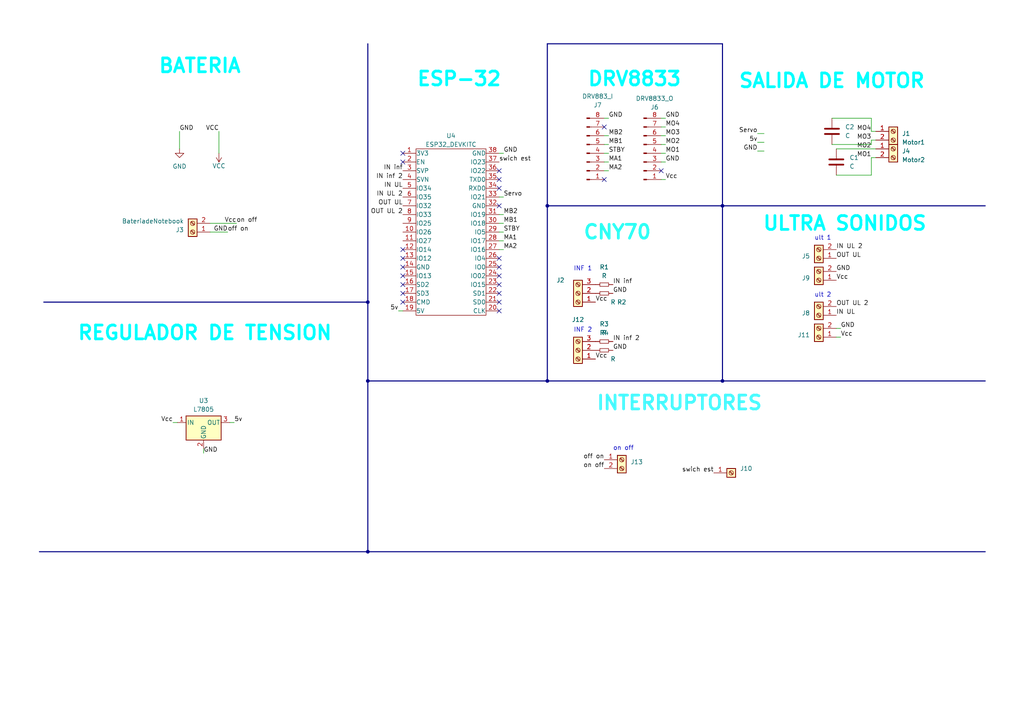
<source format=kicad_sch>
(kicad_sch (version 20230121) (generator eeschema)
  (paper "A4")
  (lib_symbols
    (symbol "6to 3ra TALLER ELECTRONICA:R" (pin_numbers hide) (pin_names (offset 0))
      (property "Reference" "R" (at -1.27 0 90))
      (property "Value" "R" (at 1.27 0 90))
      (symbol "R_0_1"
        (rectangle (start 0.508 1.27) (end -0.508 -1.27))
      )
      (symbol "R_1_1"
        (pin passive line (at 0 2.54 270) (length 1.27) (name "~") (number "1"))
        (pin passive line (at 0 -2.54 90) (length 1.27) (name "~") (number "2"))
      )
    )
    (symbol "Connector:Conn_01x08_Pin" (pin_names (offset 1.016) hide)
      (property "Reference" "J" (at 0 10.16 0))
      (property "Value" "Conn_01x08_Pin" (at 0 -12.7 0))
      (symbol "Conn_01x08_Pin_1_1"
        (polyline (pts (xy 1.27 -10.16) (xy 0.8636 -10.16)) (stroke (width 0.1524)))
        (polyline (pts (xy 1.27 -7.62) (xy 0.8636 -7.62)) (stroke (width 0.1524)))
        (polyline (pts (xy 1.27 -5.08) (xy 0.8636 -5.08)) (stroke (width 0.1524)))
        (polyline (pts (xy 1.27 -2.54) (xy 0.8636 -2.54)) (stroke (width 0.1524)))
        (polyline (pts (xy 1.27 0) (xy 0.8636 0)) (stroke (width 0.1524)))
        (polyline (pts (xy 1.27 2.54) (xy 0.8636 2.54)) (stroke (width 0.1524)))
        (polyline (pts (xy 1.27 5.08) (xy 0.8636 5.08)) (stroke (width 0.1524)))
        (polyline (pts (xy 1.27 7.62) (xy 0.8636 7.62)) (stroke (width 0.1524)))
        (rectangle (start 0.8636 -10.033) (end 0 -10.287) (stroke (width 0.1524)) (fill (type outline)))
        (rectangle (start 0.8636 -7.493) (end 0 -7.747) (stroke (width 0.1524)) (fill (type outline)))
        (rectangle (start 0.8636 -4.953) (end 0 -5.207) (stroke (width 0.1524)) (fill (type outline)))
        (rectangle (start 0.8636 -2.413) (end 0 -2.667) (stroke (width 0.1524)) (fill (type outline)))
        (rectangle (start 0.8636 0.127) (end 0 -0.127) (stroke (width 0.1524)) (fill (type outline)))
        (rectangle (start 0.8636 2.667) (end 0 2.413) (stroke (width 0.1524)) (fill (type outline)))
        (rectangle (start 0.8636 5.207) (end 0 4.953) (stroke (width 0.1524)) (fill (type outline)))
        (rectangle (start 0.8636 7.747) (end 0 7.493) (stroke (width 0.1524)) (fill (type outline)))
        (pin passive line (at 5.08 7.62 180) (length 3.81) (name "Pin_1") (number "1"))
        (pin passive line (at 5.08 5.08 180) (length 3.81) (name "Pin_2") (number "2"))
        (pin passive line (at 5.08 2.54 180) (length 3.81) (name "Pin_3") (number "3"))
        (pin passive line (at 5.08 0 180) (length 3.81) (name "Pin_4") (number "4"))
        (pin passive line (at 5.08 -2.54 180) (length 3.81) (name "Pin_5") (number "5"))
        (pin passive line (at 5.08 -5.08 180) (length 3.81) (name "Pin_6") (number "6"))
        (pin passive line (at 5.08 -7.62 180) (length 3.81) (name "Pin_7") (number "7"))
        (pin passive line (at 5.08 -10.16 180) (length 3.81) (name "Pin_8") (number "8"))
      )
    )
    (symbol "Connector:Screw_Terminal_01x01" (pin_names (offset 1.016) hide)
      (property "Reference" "J" (at 0 2.54 0))
      (property "Value" "Screw_Terminal_01x01" (at 0 -2.54 0))
      (symbol "Screw_Terminal_01x01_1_1"
        (rectangle (start -1.27 1.27) (end 1.27 -1.27) (stroke (width 0.254)) (fill (type background)))
        (polyline (pts (xy -0.5334 0.3302) (xy 0.3302 -0.508)) (stroke (width 0.1524)))
        (polyline (pts (xy -0.3556 0.508) (xy 0.508 -0.3302)) (stroke (width 0.1524)))
        (circle (center 0 0) (radius 0.635) (stroke (width 0.1524)))
        (pin passive line (at -5.08 0 0) (length 3.81) (name "Pin_1") (number "1"))
      )
    )
    (symbol "Connector:Screw_Terminal_01x02" (pin_names (offset 1.016) hide)
      (property "Reference" "J" (at 0 2.54 0))
      (property "Value" "Screw_Terminal_01x02" (at 0 -5.08 0))
      (symbol "Screw_Terminal_01x02_1_1"
        (rectangle (start -1.27 1.27) (end 1.27 -3.81) (stroke (width 0.254)) (fill (type background)))
        (circle (center 0 -2.54) (radius 0.635) (stroke (width 0.1524)))
        (polyline (pts (xy -0.5334 -2.2098) (xy 0.3302 -3.048)) (stroke (width 0.1524)))
        (polyline (pts (xy -0.5334 0.3302) (xy 0.3302 -0.508)) (stroke (width 0.1524)))
        (polyline (pts (xy -0.3556 -2.032) (xy 0.508 -2.8702)) (stroke (width 0.1524)))
        (polyline (pts (xy -0.3556 0.508) (xy 0.508 -0.3302)) (stroke (width 0.1524)))
        (circle (center 0 0) (radius 0.635) (stroke (width 0.1524)))
        (pin passive line (at -5.08 0 0) (length 3.81) (name "Pin_1") (number "1"))
        (pin passive line (at -5.08 -2.54 0) (length 3.81) (name "Pin_2") (number "2"))
      )
    )
    (symbol "Connector:Screw_Terminal_01x03" (pin_names (offset 1.016) hide)
      (property "Reference" "J" (at 0 5.08 0))
      (property "Value" "Screw_Terminal_01x03" (at 0 -5.08 0))
      (symbol "Screw_Terminal_01x03_1_1"
        (rectangle (start -1.27 3.81) (end 1.27 -3.81) (stroke (width 0.254)) (fill (type background)))
        (circle (center 0 -2.54) (radius 0.635) (stroke (width 0.1524)))
        (polyline (pts (xy -0.5334 -2.2098) (xy 0.3302 -3.048)) (stroke (width 0.1524)))
        (polyline (pts (xy -0.5334 0.3302) (xy 0.3302 -0.508)) (stroke (width 0.1524)))
        (polyline (pts (xy -0.5334 2.8702) (xy 0.3302 2.032)) (stroke (width 0.1524)))
        (polyline (pts (xy -0.3556 -2.032) (xy 0.508 -2.8702)) (stroke (width 0.1524)))
        (polyline (pts (xy -0.3556 0.508) (xy 0.508 -0.3302)) (stroke (width 0.1524)))
        (polyline (pts (xy -0.3556 3.048) (xy 0.508 2.2098)) (stroke (width 0.1524)))
        (circle (center 0 0) (radius 0.635) (stroke (width 0.1524)))
        (circle (center 0 2.54) (radius 0.635) (stroke (width 0.1524)))
        (pin passive line (at -5.08 2.54 0) (length 3.81) (name "Pin_1") (number "1"))
        (pin passive line (at -5.08 0 0) (length 3.81) (name "Pin_2") (number "2"))
        (pin passive line (at -5.08 -2.54 0) (length 3.81) (name "Pin_3") (number "3"))
      )
    )
    (symbol "Device:C" (pin_numbers hide) (pin_names (offset 0.254))
      (property "Reference" "C" (at 0.635 2.54 0))
      (property "Value" "C" (at 0.635 -2.54 0))
      (symbol "C_0_1"
        (polyline (pts (xy -2.032 -0.762) (xy 2.032 -0.762)) (stroke (width 0.508)))
        (polyline (pts (xy -2.032 0.762) (xy 2.032 0.762)) (stroke (width 0.508)))
      )
      (symbol "C_1_1"
        (pin passive line (at 0 3.81 270) (length 2.794) (name "~") (number "1"))
        (pin passive line (at 0 -3.81 90) (length 2.794) (name "~") (number "2"))
      )
    )
    (symbol "EESTN5:ESP32_DEVKITC" (pin_names (offset 0.0254))
      (property "Reference" "U" (at 0 25.4 0))
      (property "Value" "ESP32_DEVKITC" (at 0 -25.4 0))
      (symbol "ESP32_DEVKITC_0_1"
        (rectangle (start -10.16 24.13) (end 10.16 -24.13))
      )
      (symbol "ESP32_DEVKITC_1_1"
        (pin passive line (at -13.97 22.86 0) (length 3.81) (name "3V3") (number "1"))
        (pin passive line (at -13.97 0 0) (length 3.81) (name "IO26") (number "10"))
        (pin passive line (at -13.97 -2.54 0) (length 3.81) (name "IO27") (number "11"))
        (pin passive line (at -13.97 -5.08 0) (length 3.81) (name "IO14") (number "12"))
        (pin passive line (at -13.97 -7.62 0) (length 3.81) (name "IO12") (number "13"))
        (pin passive line (at -13.97 -10.16 0) (length 3.81) (name "GND") (number "14"))
        (pin passive line (at -13.97 -12.7 0) (length 3.81) (name "IO13") (number "15"))
        (pin passive line (at -13.97 -15.24 0) (length 3.81) (name "SD2") (number "16"))
        (pin passive line (at -13.97 -17.78 0) (length 3.81) (name "SD3") (number "17"))
        (pin passive line (at -13.97 -20.32 0) (length 3.81) (name "CMD") (number "18"))
        (pin passive line (at -13.97 -22.86 0) (length 3.81) (name "5V") (number "19"))
        (pin passive line (at -13.97 20.32 0) (length 3.81) (name "EN") (number "2"))
        (pin passive line (at 13.97 -22.86 180) (length 3.81) (name "CLK") (number "20"))
        (pin passive line (at 13.97 -20.32 180) (length 3.81) (name "SD0") (number "21"))
        (pin passive line (at 13.97 -17.78 180) (length 3.81) (name "SD1") (number "22"))
        (pin passive line (at 13.97 -15.24 180) (length 3.81) (name "IO15") (number "23"))
        (pin passive line (at 13.97 -12.7 180) (length 3.81) (name "IO02") (number "24"))
        (pin passive line (at 13.97 -10.16 180) (length 3.81) (name "IO0") (number "25"))
        (pin passive line (at 13.97 -7.62 180) (length 3.81) (name "IO4") (number "26"))
        (pin passive line (at 13.97 -5.08 180) (length 3.81) (name "IO16") (number "27"))
        (pin passive line (at 13.97 -2.54 180) (length 3.81) (name "IO17") (number "28"))
        (pin passive line (at 13.97 0 180) (length 3.81) (name "IO5") (number "29"))
        (pin passive line (at -13.97 17.78 0) (length 3.81) (name "SVP") (number "3"))
        (pin passive line (at 13.97 2.54 180) (length 3.81) (name "IO18") (number "30"))
        (pin passive line (at 13.97 5.08 180) (length 3.81) (name "IO19") (number "31"))
        (pin passive line (at 13.97 7.62 180) (length 3.81) (name "GND") (number "32"))
        (pin passive line (at 13.97 10.16 180) (length 3.81) (name "IO21") (number "33"))
        (pin passive line (at 13.97 12.7 180) (length 3.81) (name "RXD0") (number "34"))
        (pin passive line (at 13.97 15.24 180) (length 3.81) (name "TXD0") (number "35"))
        (pin passive line (at 13.97 17.78 180) (length 3.81) (name "IO22") (number "36"))
        (pin passive line (at 13.97 20.32 180) (length 3.81) (name "IO23") (number "37"))
        (pin passive line (at 13.97 22.86 180) (length 3.81) (name "GND") (number "38"))
        (pin passive line (at -13.97 15.24 0) (length 3.81) (name "SVN") (number "4"))
        (pin passive line (at -13.97 12.7 0) (length 3.81) (name "IO34") (number "5"))
        (pin passive line (at -13.97 10.16 0) (length 3.81) (name "IO35") (number "6"))
        (pin passive line (at -13.97 7.62 0) (length 3.81) (name "IO32") (number "7"))
        (pin passive line (at -13.97 5.08 0) (length 3.81) (name "IO33") (number "8"))
        (pin passive line (at -13.97 2.54 0) (length 3.81) (name "IO25") (number "9"))
      )
    )
    (symbol "Regulator_Linear:L7805" (pin_names (offset 0.254))
      (property "Reference" "U" (at -3.81 3.175 0))
      (property "Value" "L7805" (at 0 3.175 0))
      (symbol "L7805_0_1"
        (rectangle (start -5.08 1.905) (end 5.08 -5.08) (stroke (width 0.254)) (fill (type background)))
      )
      (symbol "L7805_1_1"
        (pin power_in line (at -7.62 0 0) (length 2.54) (name "IN") (number "1"))
        (pin power_in line (at 0 -7.62 90) (length 2.54) (name "GND") (number "2"))
        (pin power_out line (at 7.62 0 180) (length 2.54) (name "OUT") (number "3"))
      )
    )
    (symbol "power:GND" (power) (pin_names (offset 0))
      (property "Value" "GND" (at 0 -3.81 0))
      (symbol "GND_0_1"
        (polyline (pts (xy 0 0) (xy 0 -1.27) (xy 1.27 -1.27) (xy 0 -2.54) (xy -1.27 -1.27) (xy 0 -1.27)))
      )
      (symbol "GND_1_1"
        (pin power_in line (at 0 0 270) (length 0) hide (name "GND") (number "1"))
      )
    )
    (symbol "power:VCC" (power) (pin_names (offset 0))
      (property "Value" "VCC" (at 0 3.81 0))
      (symbol "VCC_0_1"
        (polyline (pts (xy -0.762 1.27) (xy 0 2.54)))
        (polyline (pts (xy 0 0) (xy 0 2.54)))
        (polyline (pts (xy 0 2.54) (xy 0.762 1.27)))
      )
      (symbol "VCC_1_1"
        (pin power_in line (at 0 0 90) (length 0) hide (name "VCC") (number "1"))
      )
    )
  )
  (junction (at 106.68 110.49))
  (junction (at 209.55 59.69))
  (junction (at 106.68 160.02))
  (junction (at 158.75 110.49))
  (junction (at 158.75 59.69))
  (junction (at 106.68 87.63))
  (junction (at 209.55 110.49))
  (no_connect (at 116.84 46.99))
  (no_connect (at 175.26 36.83))
  (no_connect (at 144.78 49.53))
  (no_connect (at 116.84 44.45))
  (no_connect (at 116.84 82.55))
  (no_connect (at 144.78 77.47))
  (no_connect (at 144.78 52.07))
  (no_connect (at 191.77 49.53))
  (no_connect (at 144.78 87.63))
  (no_connect (at 144.78 74.93))
  (no_connect (at 144.78 90.17))
  (no_connect (at 144.78 85.09))
  (no_connect (at 116.84 80.01))
  (no_connect (at 144.78 82.55))
  (no_connect (at 116.84 74.93))
  (no_connect (at 144.78 54.61))
  (no_connect (at 116.84 72.39))
  (no_connect (at 116.84 85.09))
  (no_connect (at 175.26 52.07))
  (no_connect (at 116.84 87.63))
  (no_connect (at 144.78 80.01))
  (no_connect (at 116.84 77.47))
  (no_connect (at 144.78 59.69))
  (wire (pts (xy 175.26 44.45) (xy 176.53 44.45)))
  (bus (pts (xy 158.75 12.7) (xy 158.75 59.69)))
  (wire (pts (xy 252.73 50.8) (xy 252.73 45.72)))
  (wire (pts (xy 191.77 44.45) (xy 193.04 44.45)))
  (wire (pts (xy 252.73 38.1) (xy 254 38.1)))
  (wire (pts (xy 242.57 50.8) (xy 252.73 50.8)))
  (wire (pts (xy 191.77 36.83) (xy 193.04 36.83)))
  (bus (pts (xy 158.75 12.7) (xy 209.55 12.7)))
  (wire (pts (xy 191.77 39.37) (xy 193.04 39.37)))
  (wire (pts (xy 144.78 62.23) (xy 146.05 62.23)))
  (wire (pts (xy 175.26 49.53) (xy 176.53 49.53)))
  (wire (pts (xy 219.71 43.815) (xy 221.615 43.815)))
  (wire (pts (xy 63.5 38.1) (xy 63.5 44.45)))
  (wire (pts (xy 221.615 41.275) (xy 219.71 41.275)))
  (wire (pts (xy 146.05 44.45) (xy 144.78 44.45)))
  (wire (pts (xy 176.53 34.29) (xy 175.26 34.29)))
  (wire (pts (xy 242.57 43.18) (xy 254 43.18)))
  (wire (pts (xy 144.78 69.85) (xy 146.05 69.85)))
  (bus (pts (xy 158.75 110.49) (xy 209.55 110.49)))
  (wire (pts (xy 219.71 38.735) (xy 221.615 38.735)))
  (bus (pts (xy 158.75 59.69) (xy 158.75 110.49)))
  (wire (pts (xy 175.26 46.99) (xy 176.53 46.99)))
  (bus (pts (xy 106.68 160.02) (xy 285.75 160.02)))
  (bus (pts (xy 209.55 59.69) (xy 285.75 59.69)))
  (wire (pts (xy 191.77 52.07) (xy 193.04 52.07)))
  (wire (pts (xy 66.675 122.555) (xy 67.945 122.555)))
  (bus (pts (xy 11.43 160.02) (xy 106.68 160.02)))
  (bus (pts (xy 209.55 110.49) (xy 285.75 110.49)))
  (wire (pts (xy 68.58 64.77) (xy 60.96 64.77)))
  (bus (pts (xy 209.55 12.7) (xy 209.55 59.69)))
  (wire (pts (xy 52.07 38.1) (xy 52.07 43.18)))
  (wire (pts (xy 241.3 41.91) (xy 252.73 41.91)))
  (wire (pts (xy 66.04 67.31) (xy 60.96 67.31)))
  (wire (pts (xy 175.26 39.37) (xy 176.53 39.37)))
  (wire (pts (xy 191.77 41.91) (xy 193.04 41.91)))
  (bus (pts (xy 209.55 59.69) (xy 158.75 59.69)))
  (wire (pts (xy 252.73 45.72) (xy 254 45.72)))
  (wire (pts (xy 115.57 90.17) (xy 116.84 90.17)))
  (bus (pts (xy 158.75 110.49) (xy 106.68 110.49)))
  (wire (pts (xy 191.77 46.99) (xy 193.04 46.99)))
  (wire (pts (xy 241.3 34.29) (xy 252.73 34.29)))
  (wire (pts (xy 193.04 34.29) (xy 191.77 34.29)))
  (bus (pts (xy 106.68 87.63) (xy 106.68 110.49)))
  (wire (pts (xy 242.57 95.25) (xy 243.84 95.25)))
  (wire (pts (xy 59.055 131.445) (xy 59.055 130.175)))
  (bus (pts (xy 106.68 12.7) (xy 106.68 87.63)))
  (bus (pts (xy 12.7 87.63) (xy 106.68 87.63)))
  (wire (pts (xy 144.78 64.77) (xy 146.05 64.77)))
  (wire (pts (xy 144.78 72.39) (xy 146.05 72.39)))
  (wire (pts (xy 50.165 122.555) (xy 51.435 122.555)))
  (wire (pts (xy 175.26 41.91) (xy 176.53 41.91)))
  (wire (pts (xy 146.05 57.15) (xy 144.78 57.15)))
  (wire (pts (xy 242.57 97.79) (xy 243.84 97.79)))
  (wire (pts (xy 252.73 41.91) (xy 252.73 40.64)))
  (bus (pts (xy 209.55 59.69) (xy 209.55 110.49)))
  (wire (pts (xy 252.73 34.29) (xy 252.73 38.1)))
  (wire (pts (xy 252.73 40.64) (xy 254 40.64)))
  (bus (pts (xy 106.68 110.49) (xy 106.68 160.02)))
  (wire (pts (xy 144.78 67.31) (xy 146.05 67.31)))
  (text "on off\n" (at 177.8 130.81 0) (effects (font (size 1.27 1.27)) (justify left bottom)))
  (text "CNY 70" (at 273.05 144.78 0) (effects (font (size 500 500)) (justify left bottom)))
  (text "REGULADOR DE TENSION" (at 22.225 99.06 0) (effects (font (size 4 4) (thickness 0.8) bold) (justify left bottom)))
  (text "ult 1\n" (at 236.22 69.85 0) (effects (font (size 1.27 1.27)) (justify left bottom)))
  (text "SALIDA DE MOTOR\n    \n" (at 213.995 32.385 0) (effects (font (size 4 4) bold) (justify left bottom)))
  (text "DRV8833" (at 170.18 25.4 0) (effects (font (size 4 4) bold) (justify left bottom)))
  (text "ESP-32" (at 120.65 25.4 0) (effects (font (size 4 4) bold) (justify left bottom)))
  (text "INTERRUPTORES" (at 172.72 119.38 0) (effects (font (size 4 4) (thickness 0.8) bold) (justify left bottom)))
  (text "CNY70" (at 168.91 69.85 0) (effects (font (size 4 4) (thickness 0.8) bold) (justify left bottom)))
  (text "INF 1" (at 166.37 78.74 0) (effects (font (size 1.27 1.27)) (justify left bottom)))
  (text "BATERIA" (at 45.72 21.59 0) (effects (font (size 4 4) bold) (justify left bottom)))
  (text "INF 2\n" (at 166.37 96.52 0) (effects (font (size 1.27 1.27)) (justify left bottom)))
  (text "ult 2" (at 236.22 86.36 0) (effects (font (size 1.27 1.27)) (justify left bottom)))
  (text "ULTRA SONIDOS \n" (at 220.98 67.31 0) (effects (font (size 4 4) (thickness 0.8) bold) (justify left bottom)))
  (label "Servo" (at 146.05 57.15 0))
  (label "IN inf 2" (at 116.84 52.07 180))
  (label "MO1" (at 193.04 44.45 0))
  (label "MA1" (at 176.53 46.99 0))
  (label "MB2" (at 176.53 39.37 0))
  (label "GND" (at 176.53 34.29 0))
  (label "MB1" (at 176.53 41.91 0))
  (label "swich est" (at 207.01 137.16 180))
  (label "MB2" (at 146.05 62.23 0))
  (label "Vcc" (at 172.72 87.63 0))
  (label "Vcc" (at 193.04 52.07 0))
  (label "STBY" (at 146.05 67.31 0))
  (label "OUT UL" (at 242.57 74.93 0))
  (label "off on" (at 66.04 67.31 0))
  (label "MO2" (at 252.73 43.18 180))
  (label "swich est" (at 144.78 46.99 0))
  (label "MO2" (at 193.04 41.91 0))
  (label "on off" (at 68.58 64.77 0))
  (label "IN UL 2" (at 116.84 57.15 180))
  (label "5v" (at 67.945 122.555 0))
  (label "GND" (at 177.8 85.09 0))
  (label "Vcc" (at 68.58 64.77 180))
  (label "IN UL 2" (at 242.57 72.39 0))
  (label "Vcc" (at 172.72 104.14 0))
  (label "MA2" (at 146.05 72.39 0))
  (label "GND" (at 52.07 38.1 0))
  (label "GND" (at 177.8 101.6 0))
  (label "MO4" (at 252.73 38.1 180))
  (label "IN UL" (at 242.57 91.44 0))
  (label "MA1" (at 146.05 69.85 0))
  (label "GND" (at 59.055 131.445 0))
  (label "OUT UL 2" (at 116.84 62.23 180))
  (label "Vcc" (at 242.57 81.28 0))
  (label "GND" (at 66.04 67.31 180))
  (label "VCC" (at 63.5 38.1 180))
  (label "GND" (at 219.71 43.815 180))
  (label "IN inf 2" (at 177.8 99.06 0))
  (label "MA2" (at 176.53 49.53 0))
  (label "off on" (at 175.26 133.35 180))
  (label "IN inf" (at 116.84 49.53 180))
  (label "MO1" (at 252.73 45.72 180))
  (label "GND" (at 193.04 34.29 0))
  (label "Servo" (at 219.71 38.735 180))
  (label "5v" (at 115.57 90.17 180))
  (label "MO3" (at 252.73 40.64 180))
  (label "5v" (at 219.71 41.275 180))
  (label "GND" (at 146.05 44.45 0))
  (label "STBY" (at 176.53 44.45 0))
  (label "Vcc" (at 243.84 97.79 0))
  (label "on off" (at 175.26 135.89 180))
  (label "MB1" (at 146.05 64.77 0))
  (label "GND" (at 242.57 78.74 0))
  (label "MO4" (at 193.04 36.83 0))
  (label "OUT UL" (at 116.84 59.69 180))
  (label "MO3" (at 193.04 39.37 0))
  (label "GND" (at 243.84 95.25 0))
  (label "Vcc" (at 50.165 122.555 180))
  (label "IN UL" (at 116.84 54.61 180))
  (label "GND" (at 193.04 46.99 0))
  (label "IN inf" (at 177.8 82.55 0))
  (label "OUT UL 2" (at 242.57 88.9 0))
  (symbol (lib_id "6to 3ra TALLER ELECTRONICA:R") (at 175.26 82.55 90) (unit 1)
    (property "Reference" "R1" (at 175.26 77.47 90))
    (property "Value" "R" (at 175.26 80.01 90))
    (property "Footprint" "EESTN5:RES0.3" (effects hide))
  )
  (symbol (lib_id "6to 3ra TALLER ELECTRONICA:R") (at 175.26 85.09 90) (unit 1)
    (property "Reference" "R2" (at 180.34 87.63 90))
    (property "Value" "R" (at 177.8 87.63 90))
    (property "Footprint" "EESTN5:RES0.3" (effects hide))
  )
  (symbol (lib_id "power:GND") (at 52.07 43.18 0) (unit 1)
    (property "Reference" "#PWR02" (effects hide))
    (property "Value" "GND" (at 52.07 48.26 0))
  )
  (symbol (lib_id "Connector:Screw_Terminal_01x02") (at 55.88 67.31 180) (unit 1)
    (property "Reference" "J3" (at 53.34 66.675 0) (effects (justify left)))
    (property "Value" "BateriadeNotebook" (at 53.34 64.135 0) (effects (justify left)))
    (property "Footprint" "TerminalBlock:TerminalBlock_Altech_AK300-2_P5.00mm" (effects hide))
  )
  (symbol (lib_id "Device:C") (at 241.3 38.1 0) (unit 1)
    (property "Reference" "C2" (at 245.11 36.83 0) (effects (justify left)))
    (property "Value" "C" (at 245.11 39.37 0) (effects (justify left)))
    (property "Footprint" "Capacitor_THT:C_Disc_D7.5mm_W2.5mm_P5.00mm" (effects hide))
  )
  (symbol (lib_id "Connector:Screw_Terminal_01x02") (at 259.08 43.18 0) (unit 1)
    (property "Reference" "J4" (at 261.62 43.815 0) (effects (justify left)))
    (property "Value" "Motor2" (at 261.62 46.355 0) (effects (justify left)))
    (property "Footprint" "TerminalBlock:TerminalBlock_Altech_AK300-2_P5.00mm" (effects hide))
  )
  (symbol (lib_id "Device:C") (at 242.57 46.99 0) (unit 1)
    (property "Reference" "C1" (at 246.38 45.72 0) (effects (justify left)))
    (property "Value" "C" (at 246.38 48.26 0) (effects (justify left)))
    (property "Footprint" "Capacitor_THT:C_Disc_D7.5mm_W2.5mm_P5.00mm" (effects hide))
  )
  (symbol (lib_id "6to 3ra TALLER ELECTRONICA:R") (at 175.26 101.6 90) (unit 1)
    (property "Reference" "R4" (at 175.26 96.52 90))
    (property "Value" "R" (at 177.8 104.14 90))
    (property "Footprint" "EESTN5:RES0.3" (effects hide))
  )
  (symbol (lib_id "power:VCC") (at 63.5 44.45 180) (unit 1)
    (property "Reference" "#PWR01" (effects hide))
    (property "Value" "VCC" (at 63.5 48.133 0))
    (property "Footprint" "EESTN5:ESP32_DEVKITC" (effects hide))
  )
  (symbol (lib_id "Connector:Screw_Terminal_01x02") (at 237.49 91.44 180) (unit 1)
    (property "Reference" "J8" (at 234.95 90.805 0) (effects (justify left)))
    (property "Value" "BateriadeNotebook" (effects hide))
    (property "Footprint" "TerminalBlock:TerminalBlock_Altech_AK300-2_P5.00mm" (effects hide))
  )
  (symbol (lib_id "Connector:Screw_Terminal_01x01") (at 212.09 137.16 0) (unit 1)
    (property "Reference" "J10" (at 214.63 135.89 0) (effects (justify left)))
    (property "Value" "Screw_Terminal_01x01" (effects hide))
    (property "Footprint" "Connector_Pin:Pin_D1.3mm_L11.3mm_W2.8mm_Flat" (effects hide))
  )
  (symbol (lib_id "Connector:Screw_Terminal_01x02") (at 237.49 97.79 180) (unit 1)
    (property "Reference" "J11" (at 234.95 97.155 0) (effects (justify left)))
    (property "Value" "BateriadeNotebook" (effects hide))
    (property "Footprint" "TerminalBlock:TerminalBlock_Altech_AK300-2_P5.00mm" (effects hide))
  )
  (symbol (lib_id "Connector:Conn_01x08_Pin") (at 170.18 44.45 0) (mirror x) (unit 1)
    (property "Reference" "J7" (at 173.355 30.48 0))
    (property "Value" "DRV883_I" (at 173.355 27.94 0))
    (property "Footprint" "Connector_PinHeader_2.54mm:PinHeader_1x08_P2.54mm_Vertical" (effects hide))
  )
  (symbol (lib_id "Connector:Screw_Terminal_01x02") (at 237.49 74.93 180) (unit 1)
    (property "Reference" "J5" (at 234.95 74.295 0) (effects (justify left)))
    (property "Value" "BateriadeNotebook" (effects hide))
    (property "Footprint" "TerminalBlock:TerminalBlock_Altech_AK300-2_P5.00mm" (effects hide))
  )
  (symbol (lib_id "Connector:Screw_Terminal_01x03") (at 167.64 101.6 180) (unit 1)
    (property "Reference" "J12" (at 167.64 92.71 0))
    (property "Value" "Screw_Terminal_01x03" (effects hide))
    (property "Footprint" "Connector_PinSocket_2.54mm:PinSocket_1x03_P2.54mm_Vertical" (effects hide))
  )
  (symbol (lib_id "Regulator_Linear:L7805") (at 59.055 122.555 0) (unit 1)
    (property "Reference" "U3" (at 59.055 116.205 0))
    (property "Value" "L7805" (at 59.055 118.745 0))
    (property "Footprint" "EESTN5:TO-220" (effects hide))
    (property "Datasheet" "http://www.st.com/content/ccc/resource/technical/document/datasheet/41/4f/b3/b0/12/d4/47/88/CD00000444.pdf/files/CD00000444.pdf/jcr:content/translations/en.CD00000444.pdf" (effects hide))
  )
  (symbol (lib_id "Connector:Screw_Terminal_01x02") (at 180.34 133.35 0) (unit 1)
    (property "Reference" "J13" (at 182.88 133.985 0) (effects (justify left)))
    (property "Value" "Motor2" (effects hide))
    (property "Footprint" "TerminalBlock:TerminalBlock_Altech_AK300-2_P5.00mm" (effects hide))
  )
  (symbol (lib_id "Connector:Conn_01x08_Pin") (at 186.69 44.45 0) (mirror x) (unit 1)
    (property "Reference" "J6" (at 189.865 31.115 0))
    (property "Value" "DRV8833_O" (at 189.865 28.575 0))
    (property "Footprint" "Connector_PinHeader_2.54mm:PinHeader_1x08_P2.54mm_Vertical" (effects hide))
  )
  (symbol (lib_id "Connector:Screw_Terminal_01x02") (at 237.49 81.28 180) (unit 1)
    (property "Reference" "J9" (at 234.95 80.645 0) (effects (justify left)))
    (property "Value" "BateriadeNotebook" (effects hide))
    (property "Footprint" "TerminalBlock:TerminalBlock_Altech_AK300-2_P5.00mm" (effects hide))
  )
  (symbol (lib_id "6to 3ra TALLER ELECTRONICA:R") (at 175.26 99.06 90) (unit 1)
    (property "Reference" "R3" (at 175.26 93.98 90))
    (property "Value" "R" (at 175.26 96.52 90))
    (property "Footprint" "EESTN5:RES0.3" (effects hide))
  )
  (symbol (lib_id "Connector:Screw_Terminal_01x03") (at 167.64 85.09 180) (unit 1)
    (property "Reference" "J2" (at 162.56 81.28 0))
    (property "Value" "Screw_Terminal_01x03" (effects hide))
    (property "Footprint" "Connector_PinSocket_2.54mm:PinSocket_1x03_P2.54mm_Vertical" (effects hide))
  )
  (symbol (lib_id "Connector:Screw_Terminal_01x02") (at 259.08 38.1 0) (unit 1)
    (property "Reference" "J1" (at 261.62 38.735 0) (effects (justify left)))
    (property "Value" "Motor1" (at 261.62 41.275 0) (effects (justify left)))
    (property "Footprint" "TerminalBlock:TerminalBlock_Altech_AK300-2_P5.00mm" (effects hide))
  )
  (symbol (lib_id "EESTN5:ESP32_DEVKITC") (at 130.81 67.31 0) (unit 1)
    (property "Reference" "U4" (at 130.81 39.37 0))
    (property "Value" "ESP32_DEVKITC" (at 130.81 41.91 0))
    (property "Footprint" "EESTN5:ESP32_DEVKITC" (effects hide))
  )
)
</source>
